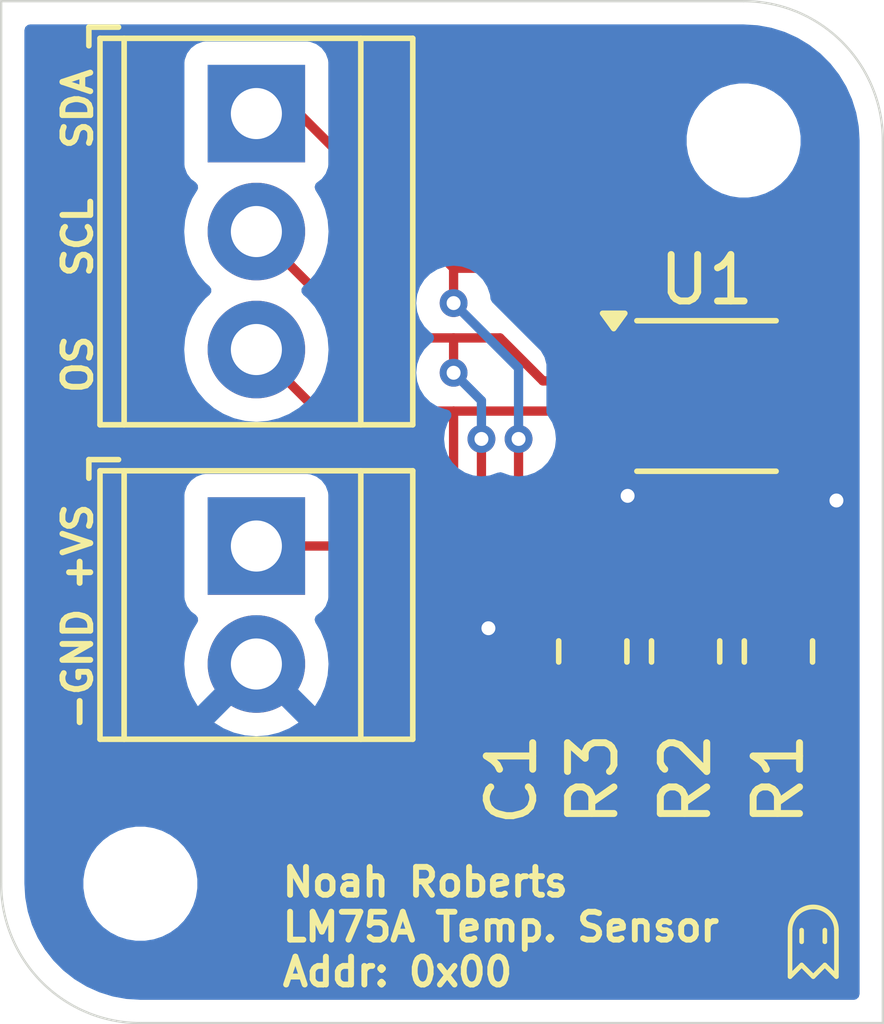
<source format=kicad_pcb>
(kicad_pcb (version 20240108) (generator "pcbnew") (generator_version "8.0")
  (layers (0 "F.Cu" signal) (31 "B.Cu" signal) (34 "B.Paste" user) (35 "F.Paste" user) (36 "B.SilkS" user "B.Silkscreen") (37 "F.SilkS" user "F.Silkscreen") (38 "B.Mask" user) (39 "F.Mask" user) (44 "Edge.Cuts" user))
  (net 0 "")
  (net 1 "/+VS")
  (net 2 "GND")
  (net 3 "/SDA")
  (net 4 "/SCL")
  (net 5 "/OS")
  (footprint "MountingHole:MountingHole_2.2mm_M2" (layer "F.Cu") (at 144.25 59.75)
    (property "Reference" "H1" (hide yes))
    (property "Value" "MountingHole" (hide yes))
    (pad "" np_thru_hole circle (at 0 0) (size 2.2 2.2) (drill 2.2) (layers "*.Cu" "*.Mask"))
  )
  (footprint "Resistor_SMD:R_0805_2012Metric" (layer "F.Cu") (at 145 70.75 90)
    (property "Reference" "R1" (at -2.75 0 270) (layer "F.SilkS"))
    (property "Value" "10k" (hide yes))
    (fp_line (start -0.227064 -0.735) (end 0.227064 -0.735) (stroke (width 0.12)) (layer "F.SilkS"))
    (fp_line (start -0.227064 0.735) (end 0.227064 0.735) (stroke (width 0.12)) (layer "F.SilkS"))
    (pad "1" smd roundrect (at -0.9125 0 90) (size 1.025 1.4) (layers "F.Cu" "F.Paste" "F.Mask") (roundrect_rratio 0.243902) (net 1 "/+VS"))
    (pad "2" smd roundrect (at 0.9125 0 90) (size 1.025 1.4) (layers "F.Cu" "F.Paste" "F.Mask") (roundrect_rratio 0.243902) (net 3 "/SDA"))
  )
  (footprint "MountingHole:MountingHole_2.2mm_M2" (layer "F.Cu") (at 131.25 75.75)
    (property "Reference" "H1" (hide yes))
    (property "Value" "MountingHole" (hide yes))
    (pad "" np_thru_hole circle (at 0 0) (size 2.2 2.2) (drill 2.2) (layers "F&B.Cu" "*.Mask"))
  )
  (footprint "TerminalBlock_TE-Connectivity:TerminalBlock_TE_282834-2_1x02_P2.54mm_Horizontal" (layer "F.Cu") (at 133.75 68.48 -90)
    (property "Reference" "J1" (hide yes))
    (property "Value" "Source Input (Screw)" (hide yes))
    (fp_line (start -1.86 3.61) (end -1.46 3.61) (stroke (width 0.12)) (layer "F.SilkS"))
    (fp_line (start -1.62 3.37) (end 4.16 3.37) (stroke (width 0.12)) (layer "F.SilkS"))
    (fp_line (start -1.86 2.97) (end -1.86 3.61) (stroke (width 0.12)) (layer "F.SilkS"))
    (fp_line (start -1.62 2.85) (end 4.16 2.85) (stroke (width 0.12)) (layer "F.SilkS"))
    (fp_line (start -1.62 -2.25) (end 4.16 -2.25) (stroke (width 0.12)) (layer "F.SilkS"))
    (fp_line (start -1.62 -3.37) (end -1.62 3.37) (stroke (width 0.12)) (layer "F.SilkS"))
    (fp_line (start -1.62 -3.37) (end 4.16 -3.37) (stroke (width 0.12)) (layer "F.SilkS"))
    (fp_line (start 4.16 -3.37) (end 4.16 3.37) (stroke (width 0.12)) (layer "F.SilkS"))
    (pad "1" thru_hole rect (at 0 0 270) (size 2.1 2.1) (drill 1.1) (layers "*.Cu" "*.Mask") (net 1 "/+VS"))
    (pad "2" thru_hole circle (at 2.54 0 270) (size 2.1 2.1) (drill 1.1) (layers "*.Cu" "*.Mask") (net 2 "GND"))
  )
  (footprint "Capacitor_SMD:C_0201_0603Metric" (layer "F.Cu") (at 139.25 71.5 90)
    (property "Reference" "C1" (at -2 0 270) (layer "F.SilkS"))
    (property "Value" "100nF" (hide yes))
    (pad "1" smd roundrect (at -0.32 0 90) (size 0.46 0.4) (layers "F.Cu" "F.Mask") (net 1 "/+VS"))
    (pad "2" smd roundrect (at 0.32 0 90) (size 0.46 0.4) (layers "F.Cu" "F.Mask") (net 2 "GND"))
  )
  (footprint "TerminalBlock_TE-Connectivity:TerminalBlock_TE_282834-3_1x03_P2.54mm_Horizontal" (layer "F.Cu") (at 133.75 59.17 -90)
    (property "Reference" "J2" (hide yes))
    (property "Value" "Microcontroller Terminal (Screw)" (hide yes))
    (fp_line (start -1.86 3.61) (end -1.46 3.61) (stroke (width 0.12)) (layer "F.SilkS"))
    (fp_line (start -1.62 3.37) (end 6.7 3.37) (stroke (width 0.12)) (layer "F.SilkS"))
    (fp_line (start -1.86 2.97) (end -1.86 3.61) (stroke (width 0.12)) (layer "F.SilkS"))
    (fp_line (start -1.62 2.85) (end 6.7 2.85) (stroke (width 0.12)) (layer "F.SilkS"))
    (fp_line (start -1.62 -2.25) (end 6.7 -2.25) (stroke (width 0.12)) (layer "F.SilkS"))
    (fp_line (start -1.62 -3.37) (end -1.62 3.37) (stroke (width 0.12)) (layer "F.SilkS"))
    (fp_line (start -1.62 -3.37) (end 6.7 -3.37) (stroke (width 0.12)) (layer "F.SilkS"))
    (fp_line (start 6.7 -3.37) (end 6.7 3.37) (stroke (width 0.12)) (layer "F.SilkS"))
    (pad "1" thru_hole rect (at 0 0 270) (size 2.1 2.1) (drill 1.1) (layers "*.Cu" "*.Mask") (net 3 "/SDA"))
    (pad "2" thru_hole circle (at 2.54 0 270) (size 2.1 2.1) (drill 1.1) (layers "*.Cu" "*.Mask") (net 4 "/SCL"))
    (pad "3" thru_hole circle (at 5.08 0 270) (size 2.1 2.1) (drill 1.1) (layers "*.Cu" "*.Mask") (net 5 "/OS"))
  )
  (footprint "Package_SO:VSSOP-8_3.0x3.0mm_P0.65mm" (layer "F.Cu") (at 143.45 65.25)
    (property "Reference" "U1" (at 0 -2.5 360) (layer "F.SilkS"))
    (property "Value" "LM75B" (hide yes))
    (fp_line (start 1.5 -1.62) (end -1.5 -1.62) (stroke (width 0.12)) (layer "F.SilkS"))
    (fp_line (start 1.5 1.62) (end -1.5 1.62) (stroke (width 0.12)) (layer "F.SilkS"))
    (fp_poly (pts (xy -2 -1.45) (xy -2.24 -1.78) (xy -1.76 -1.78) (xy -2 -1.45)) (stroke (width 0.12)) (fill solid) (layer "F.SilkS"))
    (pad "1" smd rect (at -2.2 -0.975 270) (size 0.45 1.45) (layers "F.Cu" "F.Paste" "F.Mask") (net 3 "/SDA"))
    (pad "2" smd rect (at -2.2 -0.325 270) (size 0.45 1.45) (layers "F.Cu" "F.Paste" "F.Mask") (net 4 "/SCL"))
    (pad "3" smd rect (at -2.2 0.325 270) (size 0.45 1.45) (layers "F.Cu" "F.Paste" "F.Mask") (net 5 "/OS"))
    (pad "4" smd rect (at -2.2 0.975 270) (size 0.45 1.45) (layers "F.Cu" "F.Paste" "F.Mask") (net 2 "GND"))
    (pad "5" smd rect (at 2.2 0.975 270) (size 0.45 1.45) (layers "F.Cu" "F.Paste" "F.Mask") (net 2 "GND"))
    (pad "6" smd rect (at 2.2 0.325 270) (size 0.45 1.45) (layers "F.Cu" "F.Paste" "F.Mask") (net 2 "GND"))
    (pad "7" smd rect (at 2.2 -0.325 270) (size 0.45 1.45) (layers "F.Cu" "F.Paste" "F.Mask") (net 2 "GND"))
    (pad "8" smd rect (at 2.2 -0.975 270) (size 0.45 1.45) (layers "F.Cu" "F.Paste" "F.Mask") (net 1 "/+VS"))
  )
  (footprint "Resistor_SMD:R_0805_2012Metric" (layer "F.Cu") (at 141 70.75 90)
    (property "Reference" "R3" (at -2.75 0 270) (layer "F.SilkS"))
    (property "Value" "10k" (hide yes))
    (fp_line (start -0.227064 -0.735) (end 0.227064 -0.735) (stroke (width 0.12)) (layer "F.SilkS"))
    (fp_line (start -0.227064 0.735) (end 0.227064 0.735) (stroke (width 0.12)) (layer "F.SilkS"))
    (pad "1" smd roundrect (at -0.9125 0 90) (size 1.025 1.4) (layers "F.Cu" "F.Paste" "F.Mask") (roundrect_rratio 0.243902) (net 1 "/+VS"))
    (pad "2" smd roundrect (at 0.9125 0 90) (size 1.025 1.4) (layers "F.Cu" "F.Paste" "F.Mask") (roundrect_rratio 0.243902) (net 5 "/OS"))
  )
  (footprint "Resistor_SMD:R_0805_2012Metric" (layer "F.Cu") (at 143 70.75 90)
    (property "Reference" "R2" (at -2.75 0 270) (layer "F.SilkS"))
    (property "Value" "10k" (hide yes))
    (fp_line (start -0.227064 -0.735) (end 0.227064 -0.735) (stroke (width 0.12)) (layer "F.SilkS"))
    (fp_line (start -0.227064 0.735) (end 0.227064 0.735) (stroke (width 0.12)) (layer "F.SilkS"))
    (pad "1" smd roundrect (at -0.9125 0 90) (size 1.025 1.4) (layers "F.Cu" "F.Paste" "F.Mask") (roundrect_rratio 0.243902) (net 1 "/+VS"))
    (pad "2" smd roundrect (at 0.9125 0 90) (size 1.025 1.4) (layers "F.Cu" "F.Paste" "F.Mask") (roundrect_rratio 0.243902) (net 4 "/SCL"))
  )
  (gr_line (start 145.5 76.75) (end 145.5 77) (stroke (width 0.1)) (layer "F.SilkS"))
  (gr_line (start 146.25 76.75) (end 146.25 77.75) (stroke (width 0.1)) (layer "F.SilkS"))
  (gr_line (start 145.75 77.75) (end 145.5 77.5) (stroke (width 0.1)) (layer "F.SilkS"))
  (gr_line (start 145.25 77.75) (end 145.25 76.75) (stroke (width 0.1)) (layer "F.SilkS"))
  (gr_line (start 146 76.75) (end 146 77) (stroke (width 0.1)) (layer "F.SilkS"))
  (gr_line (start 146.25 77.75) (end 146 77.5) (stroke (width 0.1)) (layer "F.SilkS"))
  (gr_line (start 145.5 77.5) (end 145.25 77.75) (stroke (width 0.1)) (layer "F.SilkS"))
  (gr_arc (start 145.25 76.75) (mid 145.75 76.25) (end 146.25 76.75) (stroke (width 0.1)) (layer "F.SilkS"))
  (gr_line (start 146 77.5) (end 145.75 77.75) (stroke (width 0.1)) (layer "F.SilkS"))
  (gr_line (start 147.25 59.75) (end 147.25 78.75) (stroke (width 0.05)) (layer "Edge.Cuts"))
  (gr_arc (start 144.25 56.75) (mid 146.37132 57.62868) (end 147.25 59.75) (stroke (width 0.05)) (layer "Edge.Cuts"))
  (gr_line (start 128.25 56.75) (end 128.25 75.75) (stroke (width 0.05)) (layer "Edge.Cuts"))
  (gr_arc (start 131.25 78.75) (mid 129.12868 77.87132) (end 128.25 75.75) (stroke (width 0.05)) (layer "Edge.Cuts"))
  (gr_line (start 131.25 78.75) (end 147.25 78.75) (stroke (width 0.05)) (layer "Edge.Cuts"))
  (gr_line (start 144.25 56.75) (end 128.25 56.75) (stroke (width 0.05)) (layer "Edge.Cuts"))
  (gr_text "Noah Roberts\nLM75A Temp. Sensor\nAddr: 0x00" (at 134.25 78 0) (layer "F.SilkS") (effects (font (size 0.6 0.6) (thickness 0.127) (bold yes)) (justify left bottom)))
  (gr_text "SCL" (at 130.25 62.75 90) (layer "F.SilkS") (effects (font (size 0.6 0.6) (thickness 0.127) (bold yes)) (justify left bottom)))
  (gr_text "OS" (at 130.25 65.25 90) (layer "F.SilkS") (effects (font (size 0.6 0.6) (thickness 0.127) (bold yes)) (justify left bottom)))
  (gr_text "SDA" (at 130.25 60 90) (layer "F.SilkS") (effects (font (size 0.6 0.6) (thickness 0.127) (bold yes)) (justify left bottom)))
  (gr_text "-GND" (at 130.25 72.5 90) (layer "F.SilkS") (effects (font (size 0.6 0.6) (thickness 0.127) (bold yes)) (justify left bottom)))
  (gr_text "+VS" (at 130.25 69.5 90) (layer "F.SilkS") (effects (font (size 0.6 0.6) (thickness 0.127) (bold yes)) (justify left bottom)))
  (segment (start 142.25 73.125) (end 143 72.375) (width 0.2) (layer "F.Cu") (net 1))
  (segment (start 145.5875 71.6625) (end 145 71.6625) (width 0.2) (layer "F.Cu") (net 1))
  (segment (start 139.25 72.12) (end 139.25 72.875) (width 0.2) (layer "F.Cu") (net 1))
  (segment (start 139 73.125) (end 139.25 73.125) (width 0.2) (layer "F.Cu") (net 1))
  (segment (start 137.75 70.75) (end 137.75 72.25) (width 0.2) (layer "F.Cu") (net 1))
  (segment (start 141 71.75) (end 141 71.6625) (width 0.5) (layer "F.Cu") (net 1))
  (segment (start 144.375 73.125) (end 145 72.5) (width 0.2) (layer "F.Cu") (net 1))
  (segment (start 146 68.5) (end 146.25 68.75) (width 0.2) (layer "F.Cu") (net 1))
  (segment (start 141 71.825) (end 140.925 71.825) (width 0.5) (layer "F.Cu") (net 1))
  (segment (start 144 67.25) (end 145.25 68.5) (width 0.2) (layer "F.Cu") (net 1))
  (segment (start 146.25 68.75) (end 146.25 71) (width 0.2) (layer "F.Cu") (net 1))
  (segment (start 145.25 68.5) (end 146 68.5) (width 0.2) (layer "F.Cu") (net 1))
  (segment (start 139.25 73.125) (end 139.75 73.125) (width 0.2) (layer "F.Cu") (net 1))
  (segment (start 133.75 68.48) (end 135.48 68.48) (width 0.2) (layer "F.Cu") (net 1))
  (segment (start 146.25 71) (end 145.5875 71.6625) (width 0.2) (layer "F.Cu") (net 1))
  (segment (start 140.375 73.125) (end 141 72.5) (width 0.2) (layer "F.Cu") (net 1))
  (segment (start 142 73.125) (end 142.25 73.125) (width 0.2) (layer "F.Cu") (net 1))
  (segment (start 145.65 64.275) (end 144.725 64.275) (width 0.2) (layer "F.Cu") (net 1))
  (segment (start 138.625 73.125) (end 139 73.125) (width 0.2) (layer "F.Cu") (net 1))
  (segment (start 145 72.5) (end 145 71.6625) (width 0.2) (layer "F.Cu") (net 1))
  (segment (start 135.48 68.48) (end 137.75 70.75) (width 0.2) (layer "F.Cu") (net 1))
  (segment (start 142.25 73.125) (end 144.375 73.125) (width 0.2) (layer "F.Cu") (net 1))
  (segment (start 144 65) (end 144 67.25) (width 0.2) (layer "F.Cu") (net 1))
  (segment (start 143 72.375) (end 143 71.6625) (width 0.2) (layer "F.Cu") (net 1))
  (segment (start 144.725 64.275) (end 144 65) (width 0.2) (layer "F.Cu") (net 1))
  (segment (start 139.75 73.125) (end 142 73.125) (width 0.2) (layer "F.Cu") (net 1))
  (segment (start 139.75 73.125) (end 140.375 73.125) (width 0.2) (layer "F.Cu") (net 1))
  (segment (start 137.75 72.25) (end 138.625 73.125) (width 0.2) (layer "F.Cu") (net 1))
  (segment (start 139.25 72.875) (end 139 73.125) (width 0.2) (layer "F.Cu") (net 1))
  (segment (start 141 72.5) (end 141 71.6625) (width 0.2) (layer "F.Cu") (net 1))
  (segment (start 141.25 66.9) (end 141.75 67.4) (width 0.2) (layer "F.Cu") (net 2))
  (segment (start 139.25 70.75) (end 138.75 70.25) (width 0.2) (layer "F.Cu") (net 2))
  (segment (start 145.65 64.925) (end 145.65 65.575) (width 0.2) (layer "F.Cu") (net 2))
  (segment (start 141.25 66.225) (end 141.25 66.9) (width 0.2) (layer "F.Cu") (net 2))
  (segment (start 145.65 65.575) (end 145.65 66.225) (width 0.2) (layer "F.Cu") (net 2))
  (segment (start 145.65 66.9) (end 145.65 66.225) (width 0.2) (layer "F.Cu") (net 2))
  (segment (start 146.25 67.5) (end 145.65 66.9) (width 0.2) (layer "F.Cu") (net 2))
  (segment (start 139.25 71.48) (end 139.25 70.75) (width 0.2) (layer "F.Cu") (net 2))
  (via (at 141.75 67.4) (size 0.6) (drill 0.3) (layers "F.Cu" "B.Cu") (net 2))
  (via (at 138.75 70.25) (size 0.6) (drill 0.3) (layers "F.Cu" "B.Cu") (net 2))
  (via (at 146.25 67.5) (size 0.6) (drill 0.3) (layers "F.Cu" "B.Cu") (net 2))
  (segment (start 141.25 64.275) (end 139.475 62.5) (width 0.2) (layer "F.Cu") (net 3))
  (segment (start 139.475 62.5) (end 138 62.5) (width 0.2) (layer "F.Cu") (net 3))
  (segment (start 143.1625 68) (end 145 69.8375) (width 0.2) (layer "F.Cu") (net 3))
  (segment (start 138 63.25) (end 138 62.5) (width 0.2) (layer "F.Cu") (net 3))
  (segment (start 139.400003 67.150003) (end 140.25 68) (width 0.2) (layer "F.Cu") (net 3))
  (segment (start 145 69.5) (end 145 69.8375) (width 0.2) (layer "F.Cu") (net 3))
  (segment (start 139.400003 66.175) (end 139.400003 67.150003) (width 0.2) (layer "F.Cu") (net 3))
  (segment (start 140.25 68) (end 143.1625 68) (width 0.2) (layer "F.Cu") (net 3))
  (segment (start 134.67 59.17) (end 133.75 59.17) (width 0.2) (layer "F.Cu") (net 3))
  (segment (start 138 62.5) (end 134.67 59.17) (width 0.2) (layer "F.Cu") (net 3))
  (via (at 139.400003 66.175) (size 0.6) (drill 0.3) (layers "F.Cu" "B.Cu") (net 3))
  (via (at 138 63.25) (size 0.6) (drill 0.3) (layers "F.Cu" "B.Cu") (net 3))
  (segment (start 139.400003 64.650003) (end 138 63.25) (width 0.2) (layer "B.Cu") (net 3))
  (segment (start 139.400003 66.175) (end 139.400003 64.650003) (width 0.2) (layer "B.Cu") (net 3))
  (segment (start 138 64.75) (end 138 64) (width 0.2) (layer "F.Cu") (net 4))
  (segment (start 138 64) (end 139 64) (width 0.2) (layer "F.Cu") (net 4))
  (segment (start 139 64) (end 139.925 64.925) (width 0.2) (layer "F.Cu") (net 4))
  (segment (start 136.04 64) (end 138 64) (width 0.2) (layer "F.Cu") (net 4))
  (segment (start 139.925 64.925) (end 141.25 64.925) (width 0.2) (layer "F.Cu") (net 4))
  (segment (start 138.6 67.6) (end 138.6 66.175) (width 0.2) (layer "F.Cu") (net 4))
  (segment (start 139.5 68.5) (end 141.6625 68.5) (width 0.2) (layer "F.Cu") (net 4))
  (segment (start 133.75 61.71) (end 136.04 64) (width 0.2) (layer "F.Cu") (net 4))
  (segment (start 141.6625 68.5) (end 143 69.8375) (width 0.2) (layer "F.Cu") (net 4))
  (segment (start 139.5 68.5) (end 138.6 67.6) (width 0.2) (layer "F.Cu") (net 4))
  (via (at 138 64.75) (size 0.6) (drill 0.3) (layers "F.Cu" "B.Cu") (net 4))
  (via (at 138.6 66.175) (size 0.6) (drill 0.3) (layers "F.Cu" "B.Cu") (net 4))
  (segment (start 138.6 65.35) (end 138 64.75) (width 0.2) (layer "B.Cu") (net 4))
  (segment (start 138.6 66.175) (end 138.6 65.35) (width 0.2) (layer "B.Cu") (net 4))
  (segment (start 138 67.75) (end 138 65.575) (width 0.2) (layer "F.Cu") (net 5))
  (segment (start 141 69.8375) (end 140.0875 69.8375) (width 0.2) (layer "F.Cu") (net 5))
  (segment (start 140.0875 69.8375) (end 138 67.75) (width 0.2) (layer "F.Cu") (net 5))
  (segment (start 141.25 65.575) (end 138 65.575) (width 0.2) (layer "F.Cu") (net 5))
  (segment (start 138 65.575) (end 135.075 65.575) (width 0.2) (layer "F.Cu") (net 5))
  (segment (start 135.075 65.575) (end 133.75 64.25) (width 0.2) (layer "F.Cu") (net 5))
  (zone (net 2) (net_name "GND") (layer "B.Cu") (connect_pads (clearance 0.5)) (min_thickness 0.25) (fill yes (thermal_gap 0.5) (thermal_bridge_width 0.5))
    (polygon (pts (xy 128.25 56.75) (xy 147.25 56.75) (xy 147.25 78.75) (xy 128.25 78.75)))
  )
)
</source>
